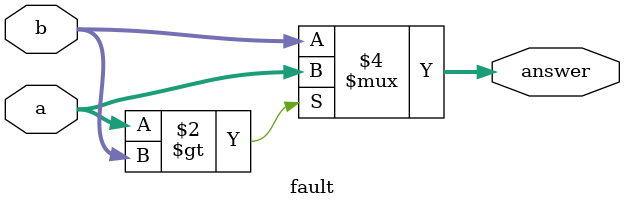
<source format=v>
/* ACM Class System (I) 2017 Fall Homework 1 
 *
 * PART II: Correct the following program
 * 
 * GUIDE:
 *   1. Create a RTL project in Vivado
 *   2. Put this file into `Simulation Sources'
 *   3. Run Behavioral Simulation
 *   4. You can see the results in `Tcl console'
 *
 */

module testfault;
	reg[15:0] a,b;
	wire[15:0] answer;
	fault f(a,b,answer);
	initial begin
		a = 10;
		b = 20;
		
		#1;
		if(answer != 20) begin
			$display("Expected 20, got %d", answer);
			// $fatal("Wrong Answer");
		end
		
		#1;
		
		a = 40;
		b = 30;
		
		#1;
		
		if(answer != 40) begin
			$display("Expected 40, got %d", answer);
			// $fatal("Wrong Answer");
		end
		
		$display("Congratulations! You have passed this test.");
		$finish;
	end
endmodule

module fault(a,b,answer);
	input wire[15:0] a,b;
	output reg[15:0] answer;

   always@(a,b)
	 begin
		if(a>b) answer=a;
		else answer=b;
	 end
endmodule

</source>
